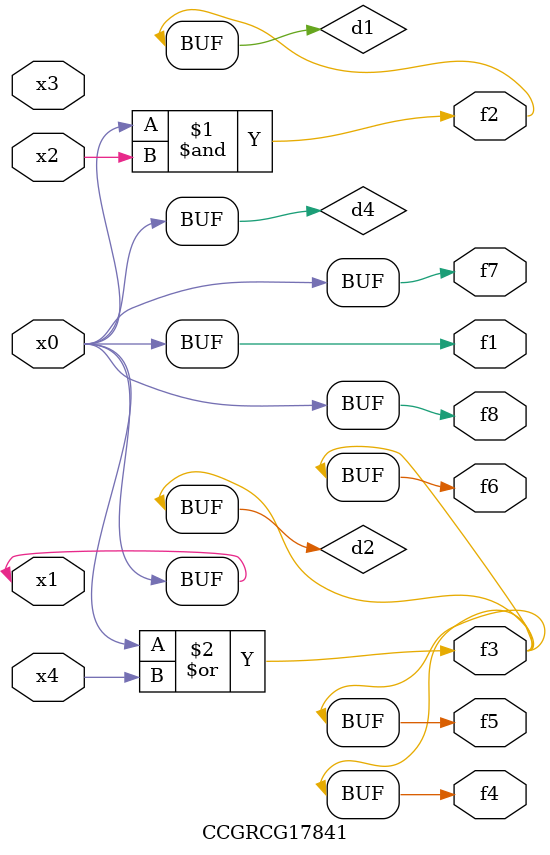
<source format=v>
module CCGRCG17841(
	input x0, x1, x2, x3, x4,
	output f1, f2, f3, f4, f5, f6, f7, f8
);

	wire d1, d2, d3, d4;

	and (d1, x0, x2);
	or (d2, x0, x4);
	nand (d3, x0, x2);
	buf (d4, x0, x1);
	assign f1 = d4;
	assign f2 = d1;
	assign f3 = d2;
	assign f4 = d2;
	assign f5 = d2;
	assign f6 = d2;
	assign f7 = d4;
	assign f8 = d4;
endmodule

</source>
